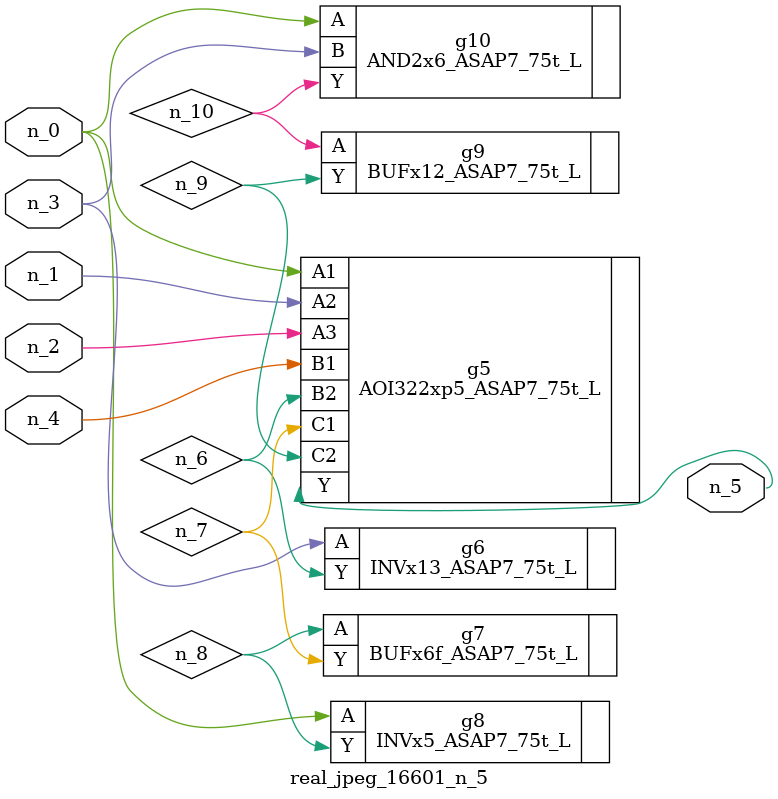
<source format=v>
module real_jpeg_16601_n_5 (n_4, n_0, n_1, n_2, n_3, n_5);

input n_4;
input n_0;
input n_1;
input n_2;
input n_3;

output n_5;

wire n_8;
wire n_6;
wire n_7;
wire n_10;
wire n_9;

AOI322xp5_ASAP7_75t_L g5 ( 
.A1(n_0),
.A2(n_1),
.A3(n_2),
.B1(n_4),
.B2(n_6),
.C1(n_7),
.C2(n_9),
.Y(n_5)
);

INVx5_ASAP7_75t_L g8 ( 
.A(n_0),
.Y(n_8)
);

AND2x6_ASAP7_75t_L g10 ( 
.A(n_0),
.B(n_3),
.Y(n_10)
);

INVx13_ASAP7_75t_L g6 ( 
.A(n_3),
.Y(n_6)
);

BUFx6f_ASAP7_75t_L g7 ( 
.A(n_8),
.Y(n_7)
);

BUFx12_ASAP7_75t_L g9 ( 
.A(n_10),
.Y(n_9)
);


endmodule
</source>
